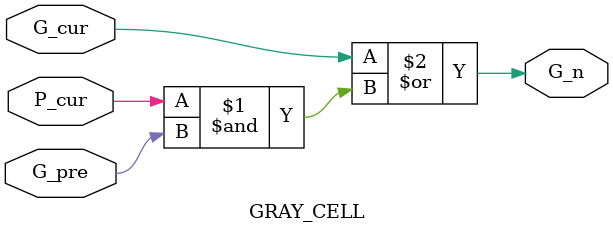
<source format=sv>
/*
==================================================================================================
		 _  __                        ____  _                        _       _     _           
		| |/ /___   __ _  __ _  ___  / ___|| |_ ___  _ __   ___     / \   __| | __| | ___ _ __ 
		| ' // _ \ / _` |/ _` |/ _ \ \___ \| __/ _ \| '_ \ / _ \   / _ \ / _` |/ _` |/ _ \ '__|
		| . \ (_) | (_| | (_| |  __/  ___) | || (_) | | | |  __/  / ___ \ (_| | (_| |  __/ |   
		|_|\_\___/ \__, |\__, |\___| |____/ \__\___/|_| |_|\___| /_/   \_\__,_|\__,_|\___|_|   
					  |___/ |___/                                                                 
==================================================================================================
*/
//-------------------------------- adder_4bits ---------------------------

module adder_4bits (
    input  [3:0] A, B,
    output [3:0] Sum,
    output       Cout
);

    logic [4:1] G, P;   // Generate & Propagate
    logic [4:1] C;      // Carry

    // Pre-processing
    assign G = A & B;
    assign P = A ^ B;

    // Cin = 0
    assign C[1] = G[1];

    // Level 1
    logic G1_2, P1_2;
    BLACK_CELL BC1_2 (P[1], G[1], P[2], G[2], P1_2, G1_2);
    GRAY_CELL  GC2   (C[1], P1_2, G1_2, C[2]);

    // Level 2
    logic G2_3, P2_3;
    BLACK_CELL BC2_3 (P1_2, G1_2, P[3], G[3], P2_3, G2_3);
    GRAY_CELL  GC3   (C[1], P2_3, G2_3, C[3]);

    logic G3_4, P3_4;
    BLACK_CELL BC2_4 (P2_3, G2_3, P[4], G[4], P3_4, G3_4);
    GRAY_CELL  GC4   (C[1], P3_4, G3_4, C[4]);

    // Post-processing: sum and carry out
    assign Sum[0] = P[1];           // Cin = 0, so Sum[0] = A[0] ^ B[0]
    assign Sum[1] = C[1] ^ P[2];
    assign Sum[2] = C[2] ^ P[3];
    assign Sum[3] = C[3] ^ P[4];
    assign Cout   = C[4];

endmodule

//-------------------------------- adder_8bits ---------------------------

module adder_8bits
(
    input  logic [7:0]  operand_a,
    input  logic [7:0]  operand_b,
    input  logic        cin,

    output logic [7:0]  sum,
    output logic        cout
);

    // Note: keep 1-based indexing like your 32-bit code
    logic [8:1] G, P;     // bit-Generate/Propagate for bits [1]=LSB ... [8]=MSB
    logic [8:1] C;        // carries into bits 1..8

    // Pre-process
    assign G = operand_a & operand_b;
    assign P = operand_a ^ operand_b;

    // Intermediate prefix levels
    logic [8:3]  G1, P1;  // distance-1 combine
    logic [8:5]  G2, P2;  // distance-2 combine

    // ----------------
    // Level 1 (distance 1)
    // ----------------
    assign C[1] = G[1] | (P[1] & cin);
    GRAY_CELL  u_gc_02 (C[1], P[2], G[2], C[2]);

    // black cells: combine (i-1) with i  → G1[i], P1[i] for i=3..8
    BLACK_CELL u_bc_1_03 (P[2], G[2], P[3], G[3], P1[3], G1[3]);
    BLACK_CELL u_bc_1_04 (P[3], G[3], P[4], G[4], P1[4], G1[4]);
    BLACK_CELL u_bc_1_05 (P[4], G[4], P[5], G[5], P1[5], G1[5]);
    BLACK_CELL u_bc_1_06 (P[5], G[5], P[6], G[6], P1[6], G1[6]);
    BLACK_CELL u_bc_1_07 (P[6], G[6], P[7], G[7], P1[7], G1[7]);
    BLACK_CELL u_bc_1_08 (P[7], G[7], P[8], G[8], P1[8], G1[8]);

    // ----------------
    // Level 2 (distance 2)
    // ----------------
    GRAY_CELL  u_gc_03 (C[1], P1[3], G1[3], C[3]);
    GRAY_CELL  u_gc_04 (C[2], P1[4], G1[4], C[4]);

    // combine (i-2) with i → G2[i], P2[i] for i=5..8
    BLACK_CELL u_bc_2_05 (P1[3], G1[3], P1[5], G1[5], P2[5], G2[5]);
    BLACK_CELL u_bc_2_06 (P1[4], G1[4], P1[6], G1[6], P2[6], G2[6]);
    BLACK_CELL u_bc_2_07 (P1[5], G1[5], P1[7], G1[7], P2[7], G2[7]);
    BLACK_CELL u_bc_2_08 (P1[6], G1[6], P1[8], G1[8], P2[8], G2[8]);

    // ----------------
    // Level 3 (distance 4)
    // ----------------
    GRAY_CELL  u_gc_05 (C[1], P2[5], G2[5], C[5]);
    GRAY_CELL  u_gc_06 (C[2], P2[6], G2[6], C[6]);
    GRAY_CELL  u_gc_07 (C[3], P2[7], G2[7], C[7]);
    GRAY_CELL  u_gc_08 (C[4], P2[8], G2[8], C[8]);

    // Post-process: sum/cout
    assign sum[0]   = cin ^ P[1];
    assign sum[7:1] = C[7:1] ^ P[8:2];
    assign cout     = C[8];

endmodule

//-------------------------------- adder_16bits ---------------------------

module adder_16bits
(
    input  logic [15:0] operand_a,
    input  logic [15:0] operand_b,
    input  logic        cin,

    output logic [15:0] sum,
    output logic        cout
);
    // Pre-processing: bitwise Generate/Propagate
    logic [16:1] G, P;    // 1-based to mirror your 32-bit adder
    logic [16:1] C;

    assign G = operand_a & operand_b;
    assign P = operand_a ^ operand_b;

    // -------- Prefix network (4 levels for 16 bits) --------
    // Level 1 spans 1
    logic [16:3] G1, P1;
    // Level 2 spans 2
    logic [16:5] G2, P2;
    // Level 3 spans 4
    logic [16:9] G3, P3;

    // -------- Level 1 --------
    assign C[1] = G[1] | (P[1] & cin);               // gray for bit1 (carry into bit1)

    GRAY_CELL  GRAY_CELL_02 (C[1], P[2], G[2], C[2]);

    // black cells combining (i-1, i) → (P1[i], G1[i]) for i=3..16
    BLACK_CELL BLACK_CELL_1_03 (P[2],  G[2],  P[3],  G[3],  P1[3],  G1[3]);
    BLACK_CELL BLACK_CELL_1_04 (P[3],  G[3],  P[4],  G[4],  P1[4],  G1[4]);
    BLACK_CELL BLACK_CELL_1_05 (P[4],  G[4],  P[5],  G[5],  P1[5],  G1[5]);
    BLACK_CELL BLACK_CELL_1_06 (P[5],  G[5],  P[6],  G[6],  P1[6],  G1[6]);
    BLACK_CELL BLACK_CELL_1_07 (P[6],  G[6],  P[7],  G[7],  P1[7],  G1[7]);
    BLACK_CELL BLACK_CELL_1_08 (P[7],  G[7],  P[8],  G[8],  P1[8],  G1[8]);
    BLACK_CELL BLACK_CELL_1_09 (P[8],  G[8],  P[9],  G[9],  P1[9],  G1[9]);
    BLACK_CELL BLACK_CELL_1_10 (P[9],  G[9],  P[10], G[10], P1[10], G1[10]);
    BLACK_CELL BLACK_CELL_1_11 (P[10], G[10], P[11], G[11], P1[11], G1[11]);
    BLACK_CELL BLACK_CELL_1_12 (P[11], G[11], P[12], G[12], P1[12], G1[12]);
    BLACK_CELL BLACK_CELL_1_13 (P[12], G[12], P[13], G[13], P1[13], G1[13]);
    BLACK_CELL BLACK_CELL_1_14 (P[13], G[13], P[14], G[14], P1[14], G1[14]);
    BLACK_CELL BLACK_CELL_1_15 (P[14], G[14], P[15], G[15], P1[15], G1[15]);
    BLACK_CELL BLACK_CELL_1_16 (P[15], G[15], P[16], G[16], P1[16], G1[16]);

    // -------- Level 2 (span=2) --------
    // gray for C[3], C[4]
    GRAY_CELL GRAY_CELL_03 (C[1], P1[3], G1[3], C[3]);
    GRAY_CELL GRAY_CELL_04 (C[2], P1[4], G1[4], C[4]);

    // black combine (i-2, i) → (P2[i], G2[i]) for i=5..16
    BLACK_CELL BLACK_CELL_2_05 (P1[3],  G1[3],  P1[5],  G1[5],  P2[5],  G2[5]);
    BLACK_CELL BLACK_CELL_2_06 (P1[4],  G1[4],  P1[6],  G1[6],  P2[6],  G2[6]);
    BLACK_CELL BLACK_CELL_2_07 (P1[5],  G1[5],  P1[7],  G1[7],  P2[7],  G2[7]);
    BLACK_CELL BLACK_CELL_2_08 (P1[6],  G1[6],  P1[8],  G1[8],  P2[8],  G2[8]);
    BLACK_CELL BLACK_CELL_2_09 (P1[7],  G1[7],  P1[9],  G1[9],  P2[9],  G2[9]);
    BLACK_CELL BLACK_CELL_2_10 (P1[8],  G1[8],  P1[10], G1[10], P2[10], G2[10]);
    BLACK_CELL BLACK_CELL_2_11 (P1[9],  G1[9],  P1[11], G1[11], P2[11], G2[11]);
    BLACK_CELL BLACK_CELL_2_12 (P1[10], G1[10], P1[12], G1[12], P2[12], G2[12]);
    BLACK_CELL BLACK_CELL_2_13 (P1[11], G1[11], P1[13], G1[13], P2[13], G2[13]);
    BLACK_CELL BLACK_CELL_2_14 (P1[12], G1[12], P1[14], G1[14], P2[14], G2[14]);
    BLACK_CELL BLACK_CELL_2_15 (P1[13], G1[13], P1[15], G1[15], P2[15], G2[15]);
    BLACK_CELL BLACK_CELL_2_16 (P1[14], G1[14], P1[16], G1[16], P2[16], G2[16]);

    // -------- Level 3 (span=4) --------
    // gray for C[5]..C[8]
    GRAY_CELL GRAY_CELL_05 (C[1], P2[5], G2[5], C[5]);
    GRAY_CELL GRAY_CELL_06 (C[2], P2[6], G2[6], C[6]);
    GRAY_CELL GRAY_CELL_07 (C[3], P2[7], G2[7], C[7]);
    GRAY_CELL GRAY_CELL_08 (C[4], P2[8], G2[8], C[8]);

    // black combine (i-4, i) → (P3[i], G3[i]) for i=9..16
    BLACK_CELL BLACK_CELL_3_09 (P2[5],  G2[5],  P2[9],  G2[9],  P3[9],  G3[9]);
    BLACK_CELL BLACK_CELL_3_10 (P2[6],  G2[6],  P2[10], G2[10], P3[10], G3[10]);
    BLACK_CELL BLACK_CELL_3_11 (P2[7],  G2[7],  P2[11], G2[11], P3[11], G3[11]);
    BLACK_CELL BLACK_CELL_3_12 (P2[8],  G2[8],  P2[12], G2[12], P3[12], G3[12]);
    BLACK_CELL BLACK_CELL_3_13 (P2[9],  G2[9],  P2[13], G2[13], P3[13], G3[13]);
    BLACK_CELL BLACK_CELL_3_14 (P2[10], G2[10], P2[14], G2[14], P3[14], G3[14]);
    BLACK_CELL BLACK_CELL_3_15 (P2[11], G2[11], P2[15], G2[15], P3[15], G3[15]);
    BLACK_CELL BLACK_CELL_3_16 (P2[12], G2[12], P2[16], G2[16], P3[16], G3[16]);

    // -------- Level 4 (span=8) --------
    // gray for C[9]..C[16]
    GRAY_CELL GRAY_CELL_09 (C[1], P3[9],  G3[9],  C[9]);
    GRAY_CELL GRAY_CELL_10 (C[2], P3[10], G3[10], C[10]);
    GRAY_CELL GRAY_CELL_11 (C[3], P3[11], G3[11], C[11]);
    GRAY_CELL GRAY_CELL_12 (C[4], P3[12], G3[12], C[12]);
    GRAY_CELL GRAY_CELL_13 (C[5], P3[13], G3[13], C[13]);
    GRAY_CELL GRAY_CELL_14 (C[6], P3[14], G3[14], C[14]);
    GRAY_CELL GRAY_CELL_15 (C[7], P3[15], G3[15], C[15]);
    GRAY_CELL GRAY_CELL_16 (C[8], P3[16], G3[16], C[16]);

    // -------- Post-processing: Sum/Cout --------
    assign sum[0]     = cin ^ P[1];
    assign sum[15:1]  = C[15:1] ^ P[16:2];
    assign cout       = C[16];

endmodule

//-------------------------------- adder_32bits ---------------------------

module adder_32bits 			
(
    input [31:0] operand_a, 
	 input [31:0] operand_b,
    input cin,
	 
    output [31:0] sum,
    output cout
);
    logic [32:1] G,P; 
	 logic [32:1] C;
    
    // Pre-processing stage: Generate & Propagate
    assign G = operand_a & operand_b;    // Generate
    assign P = operand_a ^ operand_b;    // Propagate
    
    // Prefix Computation Stage: (Using Gray & Black Cells)
	 
	 logic [32:3] G1, P1;		// Level 1 - Level 2
	 logic [32:5] G2, P2;		// Level 2 - Level 3
	 logic [32:9] G3, P3;		// Level 3 - Level 4
	 logic [32:17] G4, P4;		// Level 4 - Level 5
	 
	 
	 // Level 1
	 assign C[1] = G[1] | (P[1] & cin);
	 
	 GRAY_CELL 	GRAY_CELL_02	(C[1], P[2], G[2], C[2]);
	 
	 //								 |P_pre-1|G_pre-1|P_cur| G_cur| P_n  |  G_n
    BLACK_CELL BLACK_CELL_1_03  ( P[2],  G[2],  P[3],  G[3],  P1[3],  G1[3]);
    BLACK_CELL BLACK_CELL_1_04  ( P[3],  G[3],  P[4],  G[4],  P1[4],  G1[4]);
	 
    BLACK_CELL BLACK_CELL_1_05  ( P[4],  G[4],  P[5],  G[5],  P1[5],  G1[5]);
    BLACK_CELL BLACK_CELL_1_06  ( P[5],  G[5],  P[6],  G[6],  P1[6],  G1[6]);
    BLACK_CELL BLACK_CELL_1_07  ( P[6],  G[6],  P[7],  G[7],  P1[7],  G1[7]);
    BLACK_CELL BLACK_CELL_1_08  ( P[7],  G[7],  P[8],  G[8],  P1[8],  G1[8]);
	 
    BLACK_CELL BLACK_CELL_1_09  ( P[8],  G[8],  P[9],  G[9],  P1[9],  G1[9]);
    BLACK_CELL BLACK_CELL_1_10  ( P[9],  G[9],  P[10], G[10], P1[10], G1[10]);
    BLACK_CELL BLACK_CELL_1_11  ( P[10], G[10], P[11], G[11], P1[11], G1[11]);
    BLACK_CELL BLACK_CELL_1_12  ( P[11], G[11], P[12], G[12], P1[12], G1[12]);
	 
    BLACK_CELL BLACK_CELL_1_13  ( P[12], G[12], P[13], G[13], P1[13], G1[13]);
    BLACK_CELL BLACK_CELL_1_14  ( P[13], G[13], P[14], G[14], P1[14], G1[14]);
    BLACK_CELL BLACK_CELL_1_15  ( P[14], G[14], P[15], G[15], P1[15], G1[15]);
    BLACK_CELL BLACK_CELL_1_16  ( P[15], G[15], P[16], G[16], P1[16], G1[16]);
	 
    BLACK_CELL BLACK_CELL_1_17  ( P[16], G[16], P[17], G[17], P1[17], G1[17]);
    BLACK_CELL BLACK_CELL_1_18  ( P[17], G[17], P[18], G[18], P1[18], G1[18]);
    BLACK_CELL BLACK_CELL_1_19  ( P[18], G[18], P[19], G[19], P1[19], G1[19]);
    BLACK_CELL BLACK_CELL_1_20  ( P[19], G[19], P[20], G[20], P1[20], G1[20]);
	 
    BLACK_CELL BLACK_CELL_1_21  ( P[20], G[20], P[21], G[21], P1[21], G1[21]);
    BLACK_CELL BLACK_CELL_1_22  ( P[21], G[21], P[22], G[22], P1[22], G1[22]);
    BLACK_CELL BLACK_CELL_1_23  ( P[22], G[22], P[23], G[23], P1[23], G1[23]);
    BLACK_CELL BLACK_CELL_1_24  ( P[23], G[23], P[24], G[24], P1[24], G1[24]);
	 
    BLACK_CELL BLACK_CELL_1_25  ( P[24], G[24], P[25], G[25], P1[25], G1[25]);
    BLACK_CELL BLACK_CELL_1_26  ( P[25], G[25], P[26], G[26], P1[26], G1[26]);
    BLACK_CELL BLACK_CELL_1_27  ( P[26], G[26], P[27], G[27], P1[27], G1[27]);
    BLACK_CELL BLACK_CELL_1_28  ( P[27], G[27], P[28], G[28], P1[28], G1[28]);
	 
    BLACK_CELL BLACK_CELL_1_29  ( P[28], G[28], P[29], G[29], P1[29], G1[29]);
    BLACK_CELL BLACK_CELL_1_30  ( P[29], G[29], P[30], G[30], P1[30], G1[30]);
    BLACK_CELL BLACK_CELL_1_31  ( P[30], G[30], P[31], G[31], P1[31], G1[31]);
	 BLACK_CELL BLACK_CELL_1_32  ( P[31], G[31], P[32], G[32], P1[32], G1[32]);


	 
	 // Level 2
	 GRAY_CELL 	GRAY_CELL_03	(C[1], P1[3], G1[3], C[3]);
	 GRAY_CELL 	GRAY_CELL_04	(C[2], P1[4], G1[4], C[4]);
	 
	 //								  |P_pre-2| G_pre-2|P_cur | G_cur | P_n  |  G_n 
    BLACK_CELL BLACK_CELL_2_05  ( P1[3],  G1[3],  P1[5],  G1[5],  P2[5],  G2[5]);
    BLACK_CELL BLACK_CELL_2_06  ( P1[4],  G1[4],  P1[6],  G1[6],  P2[6],  G2[6]);
    BLACK_CELL BLACK_CELL_2_07  ( P1[5],  G1[5],  P1[7],  G1[7],  P2[7],  G2[7]);
    BLACK_CELL BLACK_CELL_2_08  ( P1[6],  G1[6],  P1[8],  G1[8],  P2[8],  G2[8]);
	 
    BLACK_CELL BLACK_CELL_2_09  ( P1[7], G1[7], P1[9],  G1[9],  P2[9],  G2[9]);
    BLACK_CELL BLACK_CELL_2_10  ( P1[8], G1[8], P1[10], G1[10], P2[10], G2[10]);
    BLACK_CELL BLACK_CELL_2_11  ( P1[9], G1[9], P1[11], G1[11], P2[11], G2[11]);
    BLACK_CELL BLACK_CELL_2_12  ( P1[10], G1[10], P1[12], G1[12], P2[12], G2[12]);
	 
    BLACK_CELL BLACK_CELL_2_13  ( P1[11], G1[11], P1[13], G1[13], P2[13], G2[13]);
    BLACK_CELL BLACK_CELL_2_14  ( P1[12], G1[12], P1[14], G1[14], P2[14], G2[14]);
    BLACK_CELL BLACK_CELL_2_15  ( P1[13], G1[13], P1[15], G1[15], P2[15], G2[15]);
    BLACK_CELL BLACK_CELL_2_16  ( P1[14], G1[14], P1[16], G1[16], P2[16], G2[16]);

    BLACK_CELL BLACK_CELL_2_17  ( P1[15], G1[15], P1[17], G1[17], P2[17], G2[17]);
    BLACK_CELL BLACK_CELL_2_18  ( P1[16], G1[16], P1[18], G1[18], P2[18], G2[18]);
    BLACK_CELL BLACK_CELL_2_19  ( P1[17], G1[17], P1[19], G1[19], P2[19], G2[19]);
    BLACK_CELL BLACK_CELL_2_20  ( P1[18], G1[18], P1[20], G1[20], P2[20], G2[20]);
	 
    BLACK_CELL BLACK_CELL_2_21  ( P1[19], G1[19], P1[21], G1[21], P2[21], G2[21]);
    BLACK_CELL BLACK_CELL_2_22  ( P1[20], G1[20], P1[22], G1[22], P2[22], G2[22]);
    BLACK_CELL BLACK_CELL_2_23  ( P1[21], G1[21], P1[23], G1[23], P2[23], G2[23]);
    BLACK_CELL BLACK_CELL_2_24  ( P1[22], G1[22], P1[24], G1[24], P2[24], G2[24]);
	
    BLACK_CELL BLACK_CELL_2_25  ( P1[23], G1[23], P1[25], G1[25], P2[25], G2[25]);
    BLACK_CELL BLACK_CELL_2_26  ( P1[24], G1[24], P1[26], G1[26], P2[26], G2[26]);
    BLACK_CELL BLACK_CELL_2_27  ( P1[25], G1[25], P1[27], G1[27], P2[27], G2[27]);
    BLACK_CELL BLACK_CELL_2_28  ( P1[26], G1[26], P1[28], G1[28], P2[28], G2[28]);

    BLACK_CELL BLACK_CELL_2_29  ( P1[27], G1[27], P1[29], G1[29], P2[29], G2[29]);
    BLACK_CELL BLACK_CELL_2_30  ( P1[28], G1[28], P1[30], G1[30], P2[30], G2[30]);
    BLACK_CELL BLACK_CELL_2_31  ( P1[29], G1[29], P1[31], G1[31], P2[31], G2[31]);
	 BLACK_CELL BLACK_CELL_2_32  ( P1[30], G1[30], P1[32], G1[32], P2[32], G2[32]);

	 
	 // Level 3 
	 
	 GRAY_CELL 	GRAY_CELL_05	(C[1] , P2[5], G2[5], C[5]);
	 GRAY_CELL 	GRAY_CELL_06	(C[2] , P2[6], G2[6], C[6]);
	 GRAY_CELL 	GRAY_CELL_07	(C[3] , P2[7], G2[7], C[7]);
	 GRAY_CELL 	GRAY_CELL_08	(C[4] , P2[8], G2[8], C[8]);
	 //								 |P_pre-4|G_pre-4|P_cur| G_cur| P_n  |  G_n	 
    BLACK_CELL BLACK_CELL_3_09  ( P2[5], G2[5], P2[9],  G2[9],  P3[9],  G3[9]);
    BLACK_CELL BLACK_CELL_3_10  ( P2[6], G2[6], P2[10], G2[10], P3[10], G3[10]);
    BLACK_CELL BLACK_CELL_3_11  ( P2[7], G2[7], P2[11], G2[11], P3[11], G3[11]);
    BLACK_CELL BLACK_CELL_3_12  ( P2[8], G2[8], P2[12], G2[12], P3[12], G3[12]);
	 
    BLACK_CELL BLACK_CELL_3_13  ( P2[9] , G2[9] , P2[13], G2[13], P3[13], G3[13]);
    BLACK_CELL BLACK_CELL_3_14  ( P2[10], G2[10], P2[14], G2[14], P3[14], G3[14]);
    BLACK_CELL BLACK_CELL_3_15  ( P2[11], G2[11], P2[15], G2[15], P3[15], G3[15]);
    BLACK_CELL BLACK_CELL_3_16  ( P2[12], G2[12], P2[16], G2[16], P3[16], G3[16]);
	
    BLACK_CELL BLACK_CELL_3_17  ( P2[13], G2[13], P2[17], G2[17], P3[17], G3[17]);
    BLACK_CELL BLACK_CELL_3_18  ( P2[14], G2[14], P2[18], G2[18], P3[18], G3[18]);
    BLACK_CELL BLACK_CELL_3_19  ( P2[15], G2[15], P2[19], G2[19], P3[19], G3[19]);
    BLACK_CELL BLACK_CELL_3_20  ( P2[16], G2[16], P2[20], G2[20], P3[20], G3[20]);
	
    BLACK_CELL BLACK_CELL_3_21  ( P2[17], G2[17], P2[21], G2[21], P3[21], G3[21]);
    BLACK_CELL BLACK_CELL_3_22  ( P2[18], G2[18], P2[22], G2[22], P3[22], G3[22]);
    BLACK_CELL BLACK_CELL_3_23  ( P2[19], G2[19], P2[23], G2[23], P3[23], G3[23]);
    BLACK_CELL BLACK_CELL_3_24  ( P2[20], G2[20], P2[24], G2[24], P3[24], G3[24]);
	 
    BLACK_CELL BLACK_CELL_3_25  ( P2[21], G2[21], P2[25], G2[25], P3[25], G3[25]);
    BLACK_CELL BLACK_CELL_3_26  ( P2[22], G2[22], P2[26], G2[26], P3[26], G3[26]);
    BLACK_CELL BLACK_CELL_3_27  ( P2[23], G2[23], P2[27], G2[27], P3[27], G3[27]);
    BLACK_CELL BLACK_CELL_3_28  ( P2[24], G2[24], P2[28], G2[28], P3[28], G3[28]); 
	 
    BLACK_CELL BLACK_CELL_3_29  ( P2[25], G2[25], P2[29], G2[29], P3[29], G3[29]);
    BLACK_CELL BLACK_CELL_3_30  ( P2[26], G2[26], P2[30], G2[30], P3[30], G3[30]);
    BLACK_CELL BLACK_CELL_3_31  ( P2[27], G2[27], P2[31], G2[31], P3[31], G3[31]);
	 BLACK_CELL BLACK_CELL_3_32  ( P2[28], G2[28], P2[32], G2[32], P3[32], G3[32]);

	 
	 // Level 4
	 
    GRAY_CELL 	GRAY_CELL_09	(C[1], P3[9],  G3[9],  C[9]);
    GRAY_CELL 	GRAY_CELL_10	(C[2], P3[10], G3[10], C[10]);
    GRAY_CELL 	GRAY_CELL_11	(C[3], P3[11], G3[11], C[11]);
    GRAY_CELL 	GRAY_CELL_12	(C[4], P3[12], G3[12], C[12]);
    GRAY_CELL 	GRAY_CELL_13	(C[5], P3[13], G3[13], C[13]);
    GRAY_CELL 	GRAY_CELL_14	(C[6], P3[14], G3[14], C[14]);
    GRAY_CELL 	GRAY_CELL_15	(C[7], P3[15], G3[15], C[15]);
    GRAY_CELL 	GRAY_CELL_16	(C[8], P3[16], G3[16], C[16]);
	 //								 |P_pre-8|G_pre-8|P_cur| G_cur| P_n  |  G_n 
    BLACK_CELL BLACK_CELL_4_17  ( P3[9] , G3[9] , P3[17], G3[17], P4[17], G4[17]);
    BLACK_CELL BLACK_CELL_4_18  ( P3[10], G3[10], P3[18], G3[18], P4[18], G4[18]);
    BLACK_CELL BLACK_CELL_4_19  ( P3[11], G3[11], P3[19], G3[19], P4[19], G4[19]);
    BLACK_CELL BLACK_CELL_4_20  ( P3[12], G3[12], P3[20], G3[20], P4[20], G4[20]);
	 
    BLACK_CELL BLACK_CELL_4_21  ( P3[13], G3[13], P3[21], G3[21], P4[21], G4[21]);
    BLACK_CELL BLACK_CELL_4_22  ( P3[14], G3[14], P3[22], G3[22], P4[22], G4[22]);
    BLACK_CELL BLACK_CELL_4_23  ( P3[15], G3[15], P3[23], G3[23], P4[23], G4[23]);
    BLACK_CELL BLACK_CELL_4_24  ( P3[16], G3[16], P3[24], G3[24], P4[24], G4[24]);
	 
    BLACK_CELL BLACK_CELL_4_25  ( P3[17], G3[17], P3[25], G3[25], P4[25], G4[25]);
    BLACK_CELL BLACK_CELL_4_26  ( P3[18], G3[18], P3[26], G3[26], P4[26], G4[26]);
    BLACK_CELL BLACK_CELL_4_27  ( P3[19], G3[19], P3[27], G3[27], P4[27], G4[27]);
    BLACK_CELL BLACK_CELL_4_28  ( P3[20], G3[20], P3[28], G3[28], P4[28], G4[28]);
	 
    BLACK_CELL BLACK_CELL_4_29  ( P3[21], G3[21], P3[29], G3[29], P4[29], G4[29]);
    BLACK_CELL BLACK_CELL_4_30  ( P3[22], G3[22], P3[30], G3[30], P4[30], G4[30]);
    BLACK_CELL BLACK_CELL_4_31  ( P3[23], G3[23], P3[31], G3[31], P4[31], G4[31]);
	 BLACK_CELL BLACK_CELL_4_32  ( P3[24], G3[24], P3[32], G3[32], P4[32], G4[32]);

	 
	 // Level 5
	 //							   |G_pre-16|P_cur| G_cur|  G_n 
	 GRAY_CELL 	GRAY_CELL_17	(C[1],  P4[17], G4[17], C[17]);
    GRAY_CELL 	GRAY_CELL_18	(C[2],  P4[18], G4[18], C[18]);
    GRAY_CELL 	GRAY_CELL_19	(C[3],  P4[19], G4[19], C[19]);
    GRAY_CELL 	GRAY_CELL_20	(C[4],  P4[20], G4[20], C[20]);
	 
    GRAY_CELL 	GRAY_CELL_21	(C[5],  P4[21], G4[21], C[21]);
    GRAY_CELL 	GRAY_CELL_22	(C[6],  P4[22], G4[22], C[22]);
    GRAY_CELL 	GRAY_CELL_23	(C[7],  P4[23], G4[23], C[23]);
    GRAY_CELL 	GRAY_CELL_24	(C[8],  P4[24], G4[24], C[24]);
	 
    GRAY_CELL 	GRAY_CELL_25	(C[9],  P4[25], G4[25], C[25]);
    GRAY_CELL 	GRAY_CELL_26	(C[10], P4[26], G4[26], C[26]);
    GRAY_CELL 	GRAY_CELL_27	(C[11], P4[27], G4[27], C[27]);
    GRAY_CELL 	GRAY_CELL_28	(C[12], P4[28], G4[28], C[28]); 
	
    GRAY_CELL 	GRAY_CELL_29	(C[13], P4[29], G4[29], C[29]);
    GRAY_CELL 	GRAY_CELL_30	(C[14], P4[30], G4[30], C[30]);
    GRAY_CELL 	GRAY_CELL_31	(C[15], P4[31], G4[31], C[31]);
    GRAY_CELL 	GRAY_CELL_32	(C[16], P4[32], G4[32], C[32]);

	 
    // Post-processing stage: Compute Sum
	 
	 // Calculate Sum[31:0]
	 assign sum[0] = cin ^ P[1];
    assign sum[31:1] = C[31:1] ^ P[32:2];
	 
	 // Calculate Cout
	 assign cout = C[32];
	 

endmodule

//-------------------------------- adder_64bits ---------------------------

module adder_64bits (
    input  [63:0] A,
    input  [63:0] B,
    input         Cin,
    output [63:0] Sum,
    output        Cout
);

    // 1-based buses like the 32-bit version
    logic [64:1] G, P;
    logic [64:1] C;

    // Pre-processing: Generate & Propagate (manual assigns for 1-based indices)
    assign G = A & B;    // Generate
    assign P = A ^ B;    // Propagate

    // Intermediate prefix nets
    logic [64:3]   G1, P1;  // span 1
    logic [64:5]   G2, P2;  // span 2
    logic [64:9]   G3, P3;  // span 4
    logic [64:17]  G4, P4;  // span 8
    logic [64:33]  G5, P5;  // span 16

    // ---------------- Level 1 (span = 1) ----------------
    assign C[1] = G[1] | (P[1] & Cin);
    GRAY_CELL GRAY_CELL_02 (C[1], P[2], G[2], C[2]);
    BLACK_CELL BLACK_CELL_1_03 ( P[2], G[2], P[3], G[3], P1[3], G1[3] );
    BLACK_CELL BLACK_CELL_1_04 ( P[3], G[3], P[4], G[4], P1[4], G1[4] );
    BLACK_CELL BLACK_CELL_1_05 ( P[4], G[4], P[5], G[5], P1[5], G1[5] );
    BLACK_CELL BLACK_CELL_1_06 ( P[5], G[5], P[6], G[6], P1[6], G1[6] );
    BLACK_CELL BLACK_CELL_1_07 ( P[6], G[6], P[7], G[7], P1[7], G1[7] );
    BLACK_CELL BLACK_CELL_1_08 ( P[7], G[7], P[8], G[8], P1[8], G1[8] );
    BLACK_CELL BLACK_CELL_1_09 ( P[8], G[8], P[9], G[9], P1[9], G1[9] );
    BLACK_CELL BLACK_CELL_1_10 ( P[9], G[9], P[10], G[10], P1[10], G1[10] );
    BLACK_CELL BLACK_CELL_1_11 ( P[10], G[10], P[11], G[11], P1[11], G1[11] );
    BLACK_CELL BLACK_CELL_1_12 ( P[11], G[11], P[12], G[12], P1[12], G1[12] );
    BLACK_CELL BLACK_CELL_1_13 ( P[12], G[12], P[13], G[13], P1[13], G1[13] );
    BLACK_CELL BLACK_CELL_1_14 ( P[13], G[13], P[14], G[14], P1[14], G1[14] );
    BLACK_CELL BLACK_CELL_1_15 ( P[14], G[14], P[15], G[15], P1[15], G1[15] );
    BLACK_CELL BLACK_CELL_1_16 ( P[15], G[15], P[16], G[16], P1[16], G1[16] );
    BLACK_CELL BLACK_CELL_1_17 ( P[16], G[16], P[17], G[17], P1[17], G1[17] );
    BLACK_CELL BLACK_CELL_1_18 ( P[17], G[17], P[18], G[18], P1[18], G1[18] );
    BLACK_CELL BLACK_CELL_1_19 ( P[18], G[18], P[19], G[19], P1[19], G1[19] );
    BLACK_CELL BLACK_CELL_1_20 ( P[19], G[19], P[20], G[20], P1[20], G1[20] );
    BLACK_CELL BLACK_CELL_1_21 ( P[20], G[20], P[21], G[21], P1[21], G1[21] );
    BLACK_CELL BLACK_CELL_1_22 ( P[21], G[21], P[22], G[22], P1[22], G1[22] );
    BLACK_CELL BLACK_CELL_1_23 ( P[22], G[22], P[23], G[23], P1[23], G1[23] );
    BLACK_CELL BLACK_CELL_1_24 ( P[23], G[23], P[24], G[24], P1[24], G1[24] );
    BLACK_CELL BLACK_CELL_1_25 ( P[24], G[24], P[25], G[25], P1[25], G1[25] );
    BLACK_CELL BLACK_CELL_1_26 ( P[25], G[25], P[26], G[26], P1[26], G1[26] );
    BLACK_CELL BLACK_CELL_1_27 ( P[26], G[26], P[27], G[27], P1[27], G1[27] );
    BLACK_CELL BLACK_CELL_1_28 ( P[27], G[27], P[28], G[28], P1[28], G1[28] );
    BLACK_CELL BLACK_CELL_1_29 ( P[28], G[28], P[29], G[29], P1[29], G1[29] );
    BLACK_CELL BLACK_CELL_1_30 ( P[29], G[29], P[30], G[30], P1[30], G1[30] );
    BLACK_CELL BLACK_CELL_1_31 ( P[30], G[30], P[31], G[31], P1[31], G1[31] );
    BLACK_CELL BLACK_CELL_1_32 ( P[31], G[31], P[32], G[32], P1[32], G1[32] );
    BLACK_CELL BLACK_CELL_1_33 ( P[32], G[32], P[33], G[33], P1[33], G1[33] );
    BLACK_CELL BLACK_CELL_1_34 ( P[33], G[33], P[34], G[34], P1[34], G1[34] );
    BLACK_CELL BLACK_CELL_1_35 ( P[34], G[34], P[35], G[35], P1[35], G1[35] );
    BLACK_CELL BLACK_CELL_1_36 ( P[35], G[35], P[36], G[36], P1[36], G1[36] );
    BLACK_CELL BLACK_CELL_1_37 ( P[36], G[36], P[37], G[37], P1[37], G1[37] );
    BLACK_CELL BLACK_CELL_1_38 ( P[37], G[37], P[38], G[38], P1[38], G1[38] );
    BLACK_CELL BLACK_CELL_1_39 ( P[38], G[38], P[39], G[39], P1[39], G1[39] );
    BLACK_CELL BLACK_CELL_1_40 ( P[39], G[39], P[40], G[40], P1[40], G1[40] );
    BLACK_CELL BLACK_CELL_1_41 ( P[40], G[40], P[41], G[41], P1[41], G1[41] );
    BLACK_CELL BLACK_CELL_1_42 ( P[41], G[41], P[42], G[42], P1[42], G1[42] );
    BLACK_CELL BLACK_CELL_1_43 ( P[42], G[42], P[43], G[43], P1[43], G1[43] );
    BLACK_CELL BLACK_CELL_1_44 ( P[43], G[43], P[44], G[44], P1[44], G1[44] );
    BLACK_CELL BLACK_CELL_1_45 ( P[44], G[44], P[45], G[45], P1[45], G1[45] );
    BLACK_CELL BLACK_CELL_1_46 ( P[45], G[45], P[46], G[46], P1[46], G1[46] );
    BLACK_CELL BLACK_CELL_1_47 ( P[46], G[46], P[47], G[47], P1[47], G1[47] );
    BLACK_CELL BLACK_CELL_1_48 ( P[47], G[47], P[48], G[48], P1[48], G1[48] );
    BLACK_CELL BLACK_CELL_1_49 ( P[48], G[48], P[49], G[49], P1[49], G1[49] );
    BLACK_CELL BLACK_CELL_1_50 ( P[49], G[49], P[50], G[50], P1[50], G1[50] );
    BLACK_CELL BLACK_CELL_1_51 ( P[50], G[50], P[51], G[51], P1[51], G1[51] );
    BLACK_CELL BLACK_CELL_1_52 ( P[51], G[51], P[52], G[52], P1[52], G1[52] );
    BLACK_CELL BLACK_CELL_1_53 ( P[52], G[52], P[53], G[53], P1[53], G1[53] );
    BLACK_CELL BLACK_CELL_1_54 ( P[53], G[53], P[54], G[54], P1[54], G1[54] );
    BLACK_CELL BLACK_CELL_1_55 ( P[54], G[54], P[55], G[55], P1[55], G1[55] );
    BLACK_CELL BLACK_CELL_1_56 ( P[55], G[55], P[56], G[56], P1[56], G1[56] );
    BLACK_CELL BLACK_CELL_1_57 ( P[56], G[56], P[57], G[57], P1[57], G1[57] );
    BLACK_CELL BLACK_CELL_1_58 ( P[57], G[57], P[58], G[58], P1[58], G1[58] );
    BLACK_CELL BLACK_CELL_1_59 ( P[58], G[58], P[59], G[59], P1[59], G1[59] );
    BLACK_CELL BLACK_CELL_1_60 ( P[59], G[59], P[60], G[60], P1[60], G1[60] );
    BLACK_CELL BLACK_CELL_1_61 ( P[60], G[60], P[61], G[61], P1[61], G1[61] );
    BLACK_CELL BLACK_CELL_1_62 ( P[61], G[61], P[62], G[62], P1[62], G1[62] );
    BLACK_CELL BLACK_CELL_1_63 ( P[62], G[62], P[63], G[63], P1[63], G1[63] );
    BLACK_CELL BLACK_CELL_1_64 ( P[63], G[63], P[64], G[64], P1[64], G1[64] );

    // ---------------- Level 2 (span = 2) ----------------
    GRAY_CELL GRAY_CELL_03 (C[1], P1[3], G1[3], C[3]);
    GRAY_CELL GRAY_CELL_04 (C[2], P1[4], G1[4], C[4]);
    BLACK_CELL BLACK_CELL_2_05 ( P1[3], G1[3], P1[5], G1[5], P2[5], G2[5] );
    BLACK_CELL BLACK_CELL_2_06 ( P1[4], G1[4], P1[6], G1[6], P2[6], G2[6] );
    BLACK_CELL BLACK_CELL_2_07 ( P1[5], G1[5], P1[7], G1[7], P2[7], G2[7] );
    BLACK_CELL BLACK_CELL_2_08 ( P1[6], G1[6], P1[8], G1[8], P2[8], G2[8] );
    BLACK_CELL BLACK_CELL_2_09 ( P1[7], G1[7], P1[9], G1[9], P2[9], G2[9] );
    BLACK_CELL BLACK_CELL_2_10 ( P1[8], G1[8], P1[10], G1[10], P2[10], G2[10] );
    BLACK_CELL BLACK_CELL_2_11 ( P1[9], G1[9], P1[11], G1[11], P2[11], G2[11] );
    BLACK_CELL BLACK_CELL_2_12 ( P1[10], G1[10], P1[12], G1[12], P2[12], G2[12] );
    BLACK_CELL BLACK_CELL_2_13 ( P1[11], G1[11], P1[13], G1[13], P2[13], G2[13] );
    BLACK_CELL BLACK_CELL_2_14 ( P1[12], G1[12], P1[14], G1[14], P2[14], G2[14] );
    BLACK_CELL BLACK_CELL_2_15 ( P1[13], G1[13], P1[15], G1[15], P2[15], G2[15] );
    BLACK_CELL BLACK_CELL_2_16 ( P1[14], G1[14], P1[16], G1[16], P2[16], G2[16] );
    BLACK_CELL BLACK_CELL_2_17 ( P1[15], G1[15], P1[17], G1[17], P2[17], G2[17] );
    BLACK_CELL BLACK_CELL_2_18 ( P1[16], G1[16], P1[18], G1[18], P2[18], G2[18] );
    BLACK_CELL BLACK_CELL_2_19 ( P1[17], G1[17], P1[19], G1[19], P2[19], G2[19] );
    BLACK_CELL BLACK_CELL_2_20 ( P1[18], G1[18], P1[20], G1[20], P2[20], G2[20] );
    BLACK_CELL BLACK_CELL_2_21 ( P1[19], G1[19], P1[21], G1[21], P2[21], G2[21] );
    BLACK_CELL BLACK_CELL_2_22 ( P1[20], G1[20], P1[22], G1[22], P2[22], G2[22] );
    BLACK_CELL BLACK_CELL_2_23 ( P1[21], G1[21], P1[23], G1[23], P2[23], G2[23] );
    BLACK_CELL BLACK_CELL_2_24 ( P1[22], G1[22], P1[24], G1[24], P2[24], G2[24] );
    BLACK_CELL BLACK_CELL_2_25 ( P1[23], G1[23], P1[25], G1[25], P2[25], G2[25] );
    BLACK_CELL BLACK_CELL_2_26 ( P1[24], G1[24], P1[26], G1[26], P2[26], G2[26] );
    BLACK_CELL BLACK_CELL_2_27 ( P1[25], G1[25], P1[27], G1[27], P2[27], G2[27] );
    BLACK_CELL BLACK_CELL_2_28 ( P1[26], G1[26], P1[28], G1[28], P2[28], G2[28] );
    BLACK_CELL BLACK_CELL_2_29 ( P1[27], G1[27], P1[29], G1[29], P2[29], G2[29] );
    BLACK_CELL BLACK_CELL_2_30 ( P1[28], G1[28], P1[30], G1[30], P2[30], G2[30] );
    BLACK_CELL BLACK_CELL_2_31 ( P1[29], G1[29], P1[31], G1[31], P2[31], G2[31] );
    BLACK_CELL BLACK_CELL_2_32 ( P1[30], G1[30], P1[32], G1[32], P2[32], G2[32] );
    BLACK_CELL BLACK_CELL_2_33 ( P1[31], G1[31], P1[33], G1[33], P2[33], G2[33] );
    BLACK_CELL BLACK_CELL_2_34 ( P1[32], G1[32], P1[34], G1[34], P2[34], G2[34] );
    BLACK_CELL BLACK_CELL_2_35 ( P1[33], G1[33], P1[35], G1[35], P2[35], G2[35] );
    BLACK_CELL BLACK_CELL_2_36 ( P1[34], G1[34], P1[36], G1[36], P2[36], G2[36] );
    BLACK_CELL BLACK_CELL_2_37 ( P1[35], G1[35], P1[37], G1[37], P2[37], G2[37] );
    BLACK_CELL BLACK_CELL_2_38 ( P1[36], G1[36], P1[38], G1[38], P2[38], G2[38] );
    BLACK_CELL BLACK_CELL_2_39 ( P1[37], G1[37], P1[39], G1[39], P2[39], G2[39] );
    BLACK_CELL BLACK_CELL_2_40 ( P1[38], G1[38], P1[40], G1[40], P2[40], G2[40] );
    BLACK_CELL BLACK_CELL_2_41 ( P1[39], G1[39], P1[41], G1[41], P2[41], G2[41] );
    BLACK_CELL BLACK_CELL_2_42 ( P1[40], G1[40], P1[42], G1[42], P2[42], G2[42] );
    BLACK_CELL BLACK_CELL_2_43 ( P1[41], G1[41], P1[43], G1[43], P2[43], G2[43] );
    BLACK_CELL BLACK_CELL_2_44 ( P1[42], G1[42], P1[44], G1[44], P2[44], G2[44] );
    BLACK_CELL BLACK_CELL_2_45 ( P1[43], G1[43], P1[45], G1[45], P2[45], G2[45] );
    BLACK_CELL BLACK_CELL_2_46 ( P1[44], G1[44], P1[46], G1[46], P2[46], G2[46] );
    BLACK_CELL BLACK_CELL_2_47 ( P1[45], G1[45], P1[47], G1[47], P2[47], G2[47] );
    BLACK_CELL BLACK_CELL_2_48 ( P1[46], G1[46], P1[48], G1[48], P2[48], G2[48] );
    BLACK_CELL BLACK_CELL_2_49 ( P1[47], G1[47], P1[49], G1[49], P2[49], G2[49] );
    BLACK_CELL BLACK_CELL_2_50 ( P1[48], G1[48], P1[50], G1[50], P2[50], G2[50] );
    BLACK_CELL BLACK_CELL_2_51 ( P1[49], G1[49], P1[51], G1[51], P2[51], G2[51] );
    BLACK_CELL BLACK_CELL_2_52 ( P1[50], G1[50], P1[52], G1[52], P2[52], G2[52] );
    BLACK_CELL BLACK_CELL_2_53 ( P1[51], G1[51], P1[53], G1[53], P2[53], G2[53] );
    BLACK_CELL BLACK_CELL_2_54 ( P1[52], G1[52], P1[54], G1[54], P2[54], G2[54] );
    BLACK_CELL BLACK_CELL_2_55 ( P1[53], G1[53], P1[55], G1[55], P2[55], G2[55] );
    BLACK_CELL BLACK_CELL_2_56 ( P1[54], G1[54], P1[56], G1[56], P2[56], G2[56] );
    BLACK_CELL BLACK_CELL_2_57 ( P1[55], G1[55], P1[57], G1[57], P2[57], G2[57] );
    BLACK_CELL BLACK_CELL_2_58 ( P1[56], G1[56], P1[58], G1[58], P2[58], G2[58] );
    BLACK_CELL BLACK_CELL_2_59 ( P1[57], G1[57], P1[59], G1[59], P2[59], G2[59] );
    BLACK_CELL BLACK_CELL_2_60 ( P1[58], G1[58], P1[60], G1[60], P2[60], G2[60] );
    BLACK_CELL BLACK_CELL_2_61 ( P1[59], G1[59], P1[61], G1[61], P2[61], G2[61] );
    BLACK_CELL BLACK_CELL_2_62 ( P1[60], G1[60], P1[62], G1[62], P2[62], G2[62] );
    BLACK_CELL BLACK_CELL_2_63 ( P1[61], G1[61], P1[63], G1[63], P2[63], G2[63] );
    BLACK_CELL BLACK_CELL_2_64 ( P1[62], G1[62], P1[64], G1[64], P2[64], G2[64] );

    // ---------------- Level 3 (span = 4) ----------------
    GRAY_CELL GRAY_CELL_05 (C[1], P2[5], G2[5], C[5]);
    GRAY_CELL GRAY_CELL_06 (C[2], P2[6], G2[6], C[6]);
    GRAY_CELL GRAY_CELL_07 (C[3], P2[7], G2[7], C[7]);
    GRAY_CELL GRAY_CELL_08 (C[4], P2[8], G2[8], C[8]);
    BLACK_CELL BLACK_CELL_3_09 ( P2[5], G2[5], P2[9], G2[9], P3[9], G3[9] );
    BLACK_CELL BLACK_CELL_3_10 ( P2[6], G2[6], P2[10], G2[10], P3[10], G3[10] );
    BLACK_CELL BLACK_CELL_3_11 ( P2[7], G2[7], P2[11], G2[11], P3[11], G3[11] );
    BLACK_CELL BLACK_CELL_3_12 ( P2[8], G2[8], P2[12], G2[12], P3[12], G3[12] );
    BLACK_CELL BLACK_CELL_3_13 ( P2[9], G2[9], P2[13], G2[13], P3[13], G3[13] );
    BLACK_CELL BLACK_CELL_3_14 ( P2[10], G2[10], P2[14], G2[14], P3[14], G3[14] );
    BLACK_CELL BLACK_CELL_3_15 ( P2[11], G2[11], P2[15], G2[15], P3[15], G3[15] );
    BLACK_CELL BLACK_CELL_3_16 ( P2[12], G2[12], P2[16], G2[16], P3[16], G3[16] );
    BLACK_CELL BLACK_CELL_3_17 ( P2[13], G2[13], P2[17], G2[17], P3[17], G3[17] );
    BLACK_CELL BLACK_CELL_3_18 ( P2[14], G2[14], P2[18], G2[18], P3[18], G3[18] );
    BLACK_CELL BLACK_CELL_3_19 ( P2[15], G2[15], P2[19], G2[19], P3[19], G3[19] );
    BLACK_CELL BLACK_CELL_3_20 ( P2[16], G2[16], P2[20], G2[20], P3[20], G3[20] );
    BLACK_CELL BLACK_CELL_3_21 ( P2[17], G2[17], P2[21], G2[21], P3[21], G3[21] );
    BLACK_CELL BLACK_CELL_3_22 ( P2[18], G2[18], P2[22], G2[22], P3[22], G3[22] );
    BLACK_CELL BLACK_CELL_3_23 ( P2[19], G2[19], P2[23], G2[23], P3[23], G3[23] );
    BLACK_CELL BLACK_CELL_3_24 ( P2[20], G2[20], P2[24], G2[24], P3[24], G3[24] );
    BLACK_CELL BLACK_CELL_3_25 ( P2[21], G2[21], P2[25], G2[25], P3[25], G3[25] );
    BLACK_CELL BLACK_CELL_3_26 ( P2[22], G2[22], P2[26], G2[26], P3[26], G3[26] );
    BLACK_CELL BLACK_CELL_3_27 ( P2[23], G2[23], P2[27], G2[27], P3[27], G3[27] );
    BLACK_CELL BLACK_CELL_3_28 ( P2[24], G2[24], P2[28], G2[28], P3[28], G3[28] );
    BLACK_CELL BLACK_CELL_3_29 ( P2[25], G2[25], P2[29], G2[29], P3[29], G3[29] );
    BLACK_CELL BLACK_CELL_3_30 ( P2[26], G2[26], P2[30], G2[30], P3[30], G3[30] );
    BLACK_CELL BLACK_CELL_3_31 ( P2[27], G2[27], P2[31], G2[31], P3[31], G3[31] );
    BLACK_CELL BLACK_CELL_3_32 ( P2[28], G2[28], P2[32], G2[32], P3[32], G3[32] );
    BLACK_CELL BLACK_CELL_3_33 ( P2[29], G2[29], P2[33], G2[33], P3[33], G3[33] );
    BLACK_CELL BLACK_CELL_3_34 ( P2[30], G2[30], P2[34], G2[34], P3[34], G3[34] );
    BLACK_CELL BLACK_CELL_3_35 ( P2[31], G2[31], P2[35], G2[35], P3[35], G3[35] );
    BLACK_CELL BLACK_CELL_3_36 ( P2[32], G2[32], P2[36], G2[36], P3[36], G3[36] );
    BLACK_CELL BLACK_CELL_3_37 ( P2[33], G2[33], P2[37], G2[37], P3[37], G3[37] );
    BLACK_CELL BLACK_CELL_3_38 ( P2[34], G2[34], P2[38], G2[38], P3[38], G3[38] );
    BLACK_CELL BLACK_CELL_3_39 ( P2[35], G2[35], P2[39], G2[39], P3[39], G3[39] );
    BLACK_CELL BLACK_CELL_3_40 ( P2[36], G2[36], P2[40], G2[40], P3[40], G3[40] );
    BLACK_CELL BLACK_CELL_3_41 ( P2[37], G2[37], P2[41], G2[41], P3[41], G3[41] );
    BLACK_CELL BLACK_CELL_3_42 ( P2[38], G2[38], P2[42], G2[42], P3[42], G3[42] );
    BLACK_CELL BLACK_CELL_3_43 ( P2[39], G2[39], P2[43], G2[43], P3[43], G3[43] );
    BLACK_CELL BLACK_CELL_3_44 ( P2[40], G2[40], P2[44], G2[44], P3[44], G3[44] );
    BLACK_CELL BLACK_CELL_3_45 ( P2[41], G2[41], P2[45], G2[45], P3[45], G3[45] );
    BLACK_CELL BLACK_CELL_3_46 ( P2[42], G2[42], P2[46], G2[46], P3[46], G3[46] );
    BLACK_CELL BLACK_CELL_3_47 ( P2[43], G2[43], P2[47], G2[47], P3[47], G3[47] );
    BLACK_CELL BLACK_CELL_3_48 ( P2[44], G2[44], P2[48], G2[48], P3[48], G3[48] );
    BLACK_CELL BLACK_CELL_3_49 ( P2[45], G2[45], P2[49], G2[49], P3[49], G3[49] );
    BLACK_CELL BLACK_CELL_3_50 ( P2[46], G2[46], P2[50], G2[50], P3[50], G3[50] );
    BLACK_CELL BLACK_CELL_3_51 ( P2[47], G2[47], P2[51], G2[51], P3[51], G3[51] );
    BLACK_CELL BLACK_CELL_3_52 ( P2[48], G2[48], P2[52], G2[52], P3[52], G3[52] );
    BLACK_CELL BLACK_CELL_3_53 ( P2[49], G2[49], P2[53], G2[53], P3[53], G3[53] );
    BLACK_CELL BLACK_CELL_3_54 ( P2[50], G2[50], P2[54], G2[54], P3[54], G3[54] );
    BLACK_CELL BLACK_CELL_3_55 ( P2[51], G2[51], P2[55], G2[55], P3[55], G3[55] );
    BLACK_CELL BLACK_CELL_3_56 ( P2[52], G2[52], P2[56], G2[56], P3[56], G3[56] );
    BLACK_CELL BLACK_CELL_3_57 ( P2[53], G2[53], P2[57], G2[57], P3[57], G3[57] );
    BLACK_CELL BLACK_CELL_3_58 ( P2[54], G2[54], P2[58], G2[58], P3[58], G3[58] );
    BLACK_CELL BLACK_CELL_3_59 ( P2[55], G2[55], P2[59], G2[59], P3[59], G3[59] );
    BLACK_CELL BLACK_CELL_3_60 ( P2[56], G2[56], P2[60], G2[60], P3[60], G3[60] );
    BLACK_CELL BLACK_CELL_3_61 ( P2[57], G2[57], P2[61], G2[61], P3[61], G3[61] );
    BLACK_CELL BLACK_CELL_3_62 ( P2[58], G2[58], P2[62], G2[62], P3[62], G3[62] );
    BLACK_CELL BLACK_CELL_3_63 ( P2[59], G2[59], P2[63], G2[63], P3[63], G3[63] );
    BLACK_CELL BLACK_CELL_3_64 ( P2[60], G2[60], P2[64], G2[64], P3[64], G3[64] );

    // ---------------- Level 4 (span = 8) ----------------
    GRAY_CELL GRAY_CELL_13 (C[1], P3[9], G3[9], C[9]);
    GRAY_CELL GRAY_CELL_14 (C[2], P3[10], G3[10], C[10]);
    GRAY_CELL GRAY_CELL_15 (C[3], P3[11], G3[11], C[11]);
    GRAY_CELL GRAY_CELL_16 (C[4], P3[12], G3[12], C[12]);
    GRAY_CELL GRAY_CELL_17 (C[5], P3[13], G3[13], C[13]);
    GRAY_CELL GRAY_CELL_18 (C[6], P3[14], G3[14], C[14]);
    GRAY_CELL GRAY_CELL_19 (C[7], P3[15], G3[15], C[15]);
    GRAY_CELL GRAY_CELL_20 (C[8], P3[16], G3[16], C[16]);
    BLACK_CELL BLACK_CELL_4_17 ( P3[9], G3[9], P3[17], G3[17], P4[17], G4[17] );
    BLACK_CELL BLACK_CELL_4_18 ( P3[10], G3[10], P3[18], G3[18], P4[18], G4[18] );
    BLACK_CELL BLACK_CELL_4_19 ( P3[11], G3[11], P3[19], G3[19], P4[19], G4[19] );
    BLACK_CELL BLACK_CELL_4_20 ( P3[12], G3[12], P3[20], G3[20], P4[20], G4[20] );
    BLACK_CELL BLACK_CELL_4_21 ( P3[13], G3[13], P3[21], G3[21], P4[21], G4[21] );
    BLACK_CELL BLACK_CELL_4_22 ( P3[14], G3[14], P3[22], G3[22], P4[22], G4[22] );
    BLACK_CELL BLACK_CELL_4_23 ( P3[15], G3[15], P3[23], G3[23], P4[23], G4[23] );
    BLACK_CELL BLACK_CELL_4_24 ( P3[16], G3[16], P3[24], G3[24], P4[24], G4[24] );
    BLACK_CELL BLACK_CELL_4_25 ( P3[17], G3[17], P3[25], G3[25], P4[25], G4[25] );
    BLACK_CELL BLACK_CELL_4_26 ( P3[18], G3[18], P3[26], G3[26], P4[26], G4[26] );
    BLACK_CELL BLACK_CELL_4_27 ( P3[19], G3[19], P3[27], G3[27], P4[27], G4[27] );
    BLACK_CELL BLACK_CELL_4_28 ( P3[20], G3[20], P3[28], G3[28], P4[28], G4[28] );
    BLACK_CELL BLACK_CELL_4_29 ( P3[21], G3[21], P3[29], G3[29], P4[29], G4[29] );
    BLACK_CELL BLACK_CELL_4_30 ( P3[22], G3[22], P3[30], G3[30], P4[30], G4[30] );
    BLACK_CELL BLACK_CELL_4_31 ( P3[23], G3[23], P3[31], G3[31], P4[31], G4[31] );
    BLACK_CELL BLACK_CELL_4_32 ( P3[24], G3[24], P3[32], G3[32], P4[32], G4[32] );
    BLACK_CELL BLACK_CELL_4_33 ( P3[25], G3[25], P3[33], G3[33], P4[33], G4[33] );
    BLACK_CELL BLACK_CELL_4_34 ( P3[26], G3[26], P3[34], G3[34], P4[34], G4[34] );
    BLACK_CELL BLACK_CELL_4_35 ( P3[27], G3[27], P3[35], G3[35], P4[35], G4[35] );
    BLACK_CELL BLACK_CELL_4_36 ( P3[28], G3[28], P3[36], G3[36], P4[36], G4[36] );
    BLACK_CELL BLACK_CELL_4_37 ( P3[29], G3[29], P3[37], G3[37], P4[37], G4[37] );
    BLACK_CELL BLACK_CELL_4_38 ( P3[30], G3[30], P3[38], G3[38], P4[38], G4[38] );
    BLACK_CELL BLACK_CELL_4_39 ( P3[31], G3[31], P3[39], G3[39], P4[39], G4[39] );
    BLACK_CELL BLACK_CELL_4_40 ( P3[32], G3[32], P3[40], G3[40], P4[40], G4[40] );
    BLACK_CELL BLACK_CELL_4_41 ( P3[33], G3[33], P3[41], G3[41], P4[41], G4[41] );
    BLACK_CELL BLACK_CELL_4_42 ( P3[34], G3[34], P3[42], G3[42], P4[42], G4[42] );
    BLACK_CELL BLACK_CELL_4_43 ( P3[35], G3[35], P3[43], G3[43], P4[43], G4[43] );
    BLACK_CELL BLACK_CELL_4_44 ( P3[36], G3[36], P3[44], G3[44], P4[44], G4[44] );
    BLACK_CELL BLACK_CELL_4_45 ( P3[37], G3[37], P3[45], G3[45], P4[45], G4[45] );
    BLACK_CELL BLACK_CELL_4_46 ( P3[38], G3[38], P3[46], G3[46], P4[46], G4[46] );
    BLACK_CELL BLACK_CELL_4_47 ( P3[39], G3[39], P3[47], G3[47], P4[47], G4[47] );
    BLACK_CELL BLACK_CELL_4_48 ( P3[40], G3[40], P3[48], G3[48], P4[48], G4[48] );
    BLACK_CELL BLACK_CELL_4_49 ( P3[41], G3[41], P3[49], G3[49], P4[49], G4[49] );
    BLACK_CELL BLACK_CELL_4_50 ( P3[42], G3[42], P3[50], G3[50], P4[50], G4[50] );
    BLACK_CELL BLACK_CELL_4_51 ( P3[43], G3[43], P3[51], G3[51], P4[51], G4[51] );
    BLACK_CELL BLACK_CELL_4_52 ( P3[44], G3[44], P3[52], G3[52], P4[52], G4[52] );
    BLACK_CELL BLACK_CELL_4_53 ( P3[45], G3[45], P3[53], G3[53], P4[53], G4[53] );
    BLACK_CELL BLACK_CELL_4_54 ( P3[46], G3[46], P3[54], G3[54], P4[54], G4[54] );
    BLACK_CELL BLACK_CELL_4_55 ( P3[47], G3[47], P3[55], G3[55], P4[55], G4[55] );
    BLACK_CELL BLACK_CELL_4_56 ( P3[48], G3[48], P3[56], G3[56], P4[56], G4[56] );
    BLACK_CELL BLACK_CELL_4_57 ( P3[49], G3[49], P3[57], G3[57], P4[57], G4[57] );
    BLACK_CELL BLACK_CELL_4_58 ( P3[50], G3[50], P3[58], G3[58], P4[58], G4[58] );
    BLACK_CELL BLACK_CELL_4_59 ( P3[51], G3[51], P3[59], G3[59], P4[59], G4[59] );
    BLACK_CELL BLACK_CELL_4_60 ( P3[52], G3[52], P3[60], G3[60], P4[60], G4[60] );
    BLACK_CELL BLACK_CELL_4_61 ( P3[53], G3[53], P3[61], G3[61], P4[61], G4[61] );
    BLACK_CELL BLACK_CELL_4_62 ( P3[54], G3[54], P3[62], G3[62], P4[62], G4[62] );
    BLACK_CELL BLACK_CELL_4_63 ( P3[55], G3[55], P3[63], G3[63], P4[63], G4[63] );
    BLACK_CELL BLACK_CELL_4_64 ( P3[56], G3[56], P3[64], G3[64], P4[64], G4[64] );

    // ---------------- Level 5 (span = 16) ----------------
    GRAY_CELL GRAY_CELL_25 (C[1], P4[17], G4[17], C[17]);
    GRAY_CELL GRAY_CELL_26 (C[2], P4[18], G4[18], C[18]);
    GRAY_CELL GRAY_CELL_27 (C[3], P4[19], G4[19], C[19]);
    GRAY_CELL GRAY_CELL_28 (C[4], P4[20], G4[20], C[20]);
    GRAY_CELL GRAY_CELL_29 (C[5], P4[21], G4[21], C[21]);
    GRAY_CELL GRAY_CELL_30 (C[6], P4[22], G4[22], C[22]);
    GRAY_CELL GRAY_CELL_31 (C[7], P4[23], G4[23], C[23]);
    GRAY_CELL GRAY_CELL_32 (C[8], P4[24], G4[24], C[24]);
    GRAY_CELL GRAY_CELL_33 (C[9], P4[25], G4[25], C[25]);
    GRAY_CELL GRAY_CELL_34 (C[10], P4[26], G4[26], C[26]);
    GRAY_CELL GRAY_CELL_35 (C[11], P4[27], G4[27], C[27]);
    GRAY_CELL GRAY_CELL_36 (C[12], P4[28], G4[28], C[28]);
    GRAY_CELL GRAY_CELL_37 (C[13], P4[29], G4[29], C[29]);
    GRAY_CELL GRAY_CELL_38 (C[14], P4[30], G4[30], C[30]);
    GRAY_CELL GRAY_CELL_39 (C[15], P4[31], G4[31], C[31]);
    GRAY_CELL GRAY_CELL_40 (C[16], P4[32], G4[32], C[32]);
    BLACK_CELL BLACK_CELL_5_33 ( P4[17], G4[17], P4[33], G4[33], P5[33], G5[33] );
    BLACK_CELL BLACK_CELL_5_34 ( P4[18], G4[18], P4[34], G4[34], P5[34], G5[34] );
    BLACK_CELL BLACK_CELL_5_35 ( P4[19], G4[19], P4[35], G4[35], P5[35], G5[35] );
    BLACK_CELL BLACK_CELL_5_36 ( P4[20], G4[20], P4[36], G4[36], P5[36], G5[36] );
    BLACK_CELL BLACK_CELL_5_37 ( P4[21], G4[21], P4[37], G4[37], P5[37], G5[37] );
    BLACK_CELL BLACK_CELL_5_38 ( P4[22], G4[22], P4[38], G4[38], P5[38], G5[38] );
    BLACK_CELL BLACK_CELL_5_39 ( P4[23], G4[23], P4[39], G4[39], P5[39], G5[39] );
    BLACK_CELL BLACK_CELL_5_40 ( P4[24], G4[24], P4[40], G4[40], P5[40], G5[40] );
    BLACK_CELL BLACK_CELL_5_41 ( P4[25], G4[25], P4[41], G4[41], P5[41], G5[41] );
    BLACK_CELL BLACK_CELL_5_42 ( P4[26], G4[26], P4[42], G4[42], P5[42], G5[42] );
    BLACK_CELL BLACK_CELL_5_43 ( P4[27], G4[27], P4[43], G4[43], P5[43], G5[43] );
    BLACK_CELL BLACK_CELL_5_44 ( P4[28], G4[28], P4[44], G4[44], P5[44], G5[44] );
    BLACK_CELL BLACK_CELL_5_45 ( P4[29], G4[29], P4[45], G4[45], P5[45], G5[45] );
    BLACK_CELL BLACK_CELL_5_46 ( P4[30], G4[30], P4[46], G4[46], P5[46], G5[46] );
    BLACK_CELL BLACK_CELL_5_47 ( P4[31], G4[31], P4[47], G4[47], P5[47], G5[47] );
    BLACK_CELL BLACK_CELL_5_48 ( P4[32], G4[32], P4[48], G4[48], P5[48], G5[48] );
    BLACK_CELL BLACK_CELL_5_49 ( P4[33], G4[33], P4[49], G4[49], P5[49], G5[49] );
    BLACK_CELL BLACK_CELL_5_50 ( P4[34], G4[34], P4[50], G4[50], P5[50], G5[50] );
    BLACK_CELL BLACK_CELL_5_51 ( P4[35], G4[35], P4[51], G4[51], P5[51], G5[51] );
    BLACK_CELL BLACK_CELL_5_52 ( P4[36], G4[36], P4[52], G4[52], P5[52], G5[52] );
    BLACK_CELL BLACK_CELL_5_53 ( P4[37], G4[37], P4[53], G4[53], P5[53], G5[53] );
    BLACK_CELL BLACK_CELL_5_54 ( P4[38], G4[38], P4[54], G4[54], P5[54], G5[54] );
    BLACK_CELL BLACK_CELL_5_55 ( P4[39], G4[39], P4[55], G4[55], P5[55], G5[55] );
    BLACK_CELL BLACK_CELL_5_56 ( P4[40], G4[40], P4[56], G4[56], P5[56], G5[56] );
    BLACK_CELL BLACK_CELL_5_57 ( P4[41], G4[41], P4[57], G4[57], P5[57], G5[57] );
    BLACK_CELL BLACK_CELL_5_58 ( P4[42], G4[42], P4[58], G4[58], P5[58], G5[58] );
    BLACK_CELL BLACK_CELL_5_59 ( P4[43], G4[43], P4[59], G4[59], P5[59], G5[59] );
    BLACK_CELL BLACK_CELL_5_60 ( P4[44], G4[44], P4[60], G4[60], P5[60], G5[60] );
    BLACK_CELL BLACK_CELL_5_61 ( P4[45], G4[45], P4[61], G4[61], P5[61], G5[61] );
    BLACK_CELL BLACK_CELL_5_62 ( P4[46], G4[46], P4[62], G4[62], P5[62], G5[62] );
    BLACK_CELL BLACK_CELL_5_63 ( P4[47], G4[47], P4[63], G4[63], P5[63], G5[63] );
    BLACK_CELL BLACK_CELL_5_64 ( P4[48], G4[48], P4[64], G4[64], P5[64], G5[64] );

    // ---------------- Level 6 (span = 32) ----------------
    GRAY_CELL GRAY_CELL_41 (C[1], P5[33], G5[33], C[33]);
    GRAY_CELL GRAY_CELL_42 (C[2], P5[34], G5[34], C[34]);
    GRAY_CELL GRAY_CELL_43 (C[3], P5[35], G5[35], C[35]);
    GRAY_CELL GRAY_CELL_44 (C[4], P5[36], G5[36], C[36]);
    GRAY_CELL GRAY_CELL_45 (C[5], P5[37], G5[37], C[37]);
    GRAY_CELL GRAY_CELL_46 (C[6], P5[38], G5[38], C[38]);
    GRAY_CELL GRAY_CELL_47 (C[7], P5[39], G5[39], C[39]);
    GRAY_CELL GRAY_CELL_48 (C[8], P5[40], G5[40], C[40]);
    GRAY_CELL GRAY_CELL_49 (C[9], P5[41], G5[41], C[41]);
    GRAY_CELL GRAY_CELL_50 (C[10], P5[42], G5[42], C[42]);
    GRAY_CELL GRAY_CELL_51 (C[11], P5[43], G5[43], C[43]);
    GRAY_CELL GRAY_CELL_52 (C[12], P5[44], G5[44], C[44]);
    GRAY_CELL GRAY_CELL_53 (C[13], P5[45], G5[45], C[45]);
    GRAY_CELL GRAY_CELL_54 (C[14], P5[46], G5[46], C[46]);
    GRAY_CELL GRAY_CELL_55 (C[15], P5[47], G5[47], C[47]);
    GRAY_CELL GRAY_CELL_56 (C[16], P5[48], G5[48], C[48]);
    GRAY_CELL GRAY_CELL_57 (C[17], P5[49], G5[49], C[49]);
    GRAY_CELL GRAY_CELL_58 (C[18], P5[50], G5[50], C[50]);
    GRAY_CELL GRAY_CELL_59 (C[19], P5[51], G5[51], C[51]);
    GRAY_CELL GRAY_CELL_60 (C[20], P5[52], G5[52], C[52]);
    GRAY_CELL GRAY_CELL_61 (C[21], P5[53], G5[53], C[53]);
    GRAY_CELL GRAY_CELL_62 (C[22], P5[54], G5[54], C[54]);
    GRAY_CELL GRAY_CELL_63 (C[23], P5[55], G5[55], C[55]);
    GRAY_CELL GRAY_CELL_64 (C[24], P5[56], G5[56], C[56]);
    GRAY_CELL GRAY_CELL_65 (C[25], P5[57], G5[57], C[57]);
    GRAY_CELL GRAY_CELL_66 (C[26], P5[58], G5[58], C[58]);
    GRAY_CELL GRAY_CELL_67 (C[27], P5[59], G5[59], C[59]);
    GRAY_CELL GRAY_CELL_68 (C[28], P5[60], G5[60], C[60]);
    GRAY_CELL GRAY_CELL_69 (C[29], P5[61], G5[61], C[61]);
    GRAY_CELL GRAY_CELL_70 (C[30], P5[62], G5[62], C[62]);
    GRAY_CELL GRAY_CELL_71 (C[31], P5[63], G5[63], C[63]);
    GRAY_CELL GRAY_CELL_72 (C[32], P5[64], G5[64], C[64]);

    // Post-processing: Sum and Cout
    assign Sum[0] = Cin ^ P[1];
    assign Sum[63:1] = C[63:1] ^ P[64:2];
    assign Cout = C[64];

endmodule

//--------------------------------Black Cell---------------------------

module BLACK_CELL
(
	input P_pre, G_pre,
	input P_cur, G_cur,
	output P_n, G_n
);

assign G_n = G_cur | ( P_cur & G_pre) ; 
assign P_n = P_pre & P_cur ;

endmodule

//--------------------------------Gray Cell---------------------------

module GRAY_CELL
(
	input G_pre,
	input P_cur, G_cur,
	output G_n
);

assign G_n = G_cur | ( P_cur & G_pre) ; 

endmodule





</source>
